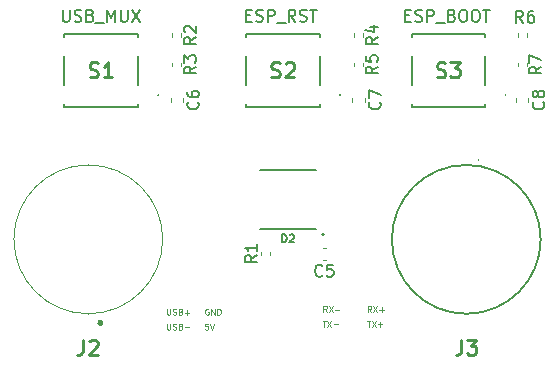
<source format=gto>
G04 #@! TF.GenerationSoftware,KiCad,Pcbnew,9.0.4*
G04 #@! TF.CreationDate,2025-12-23T06:35:07-05:00*
G04 #@! TF.ProjectId,main_board_peripheral_v2,6d61696e-5f62-46f6-9172-645f70657269,rev?*
G04 #@! TF.SameCoordinates,Original*
G04 #@! TF.FileFunction,Legend,Top*
G04 #@! TF.FilePolarity,Positive*
%FSLAX46Y46*%
G04 Gerber Fmt 4.6, Leading zero omitted, Abs format (unit mm)*
G04 Created by KiCad (PCBNEW 9.0.4) date 2025-12-23 06:35:07*
%MOMM*%
%LPD*%
G01*
G04 APERTURE LIST*
%ADD10C,0.100000*%
%ADD11C,0.200000*%
%ADD12C,0.254000*%
%ADD13C,0.150000*%
%ADD14C,0.120000*%
%ADD15C,0.127000*%
%ADD16C,0.400000*%
G04 APERTURE END LIST*
D10*
X108172931Y-102433609D02*
X107934836Y-102433609D01*
X107934836Y-102433609D02*
X107911027Y-102671704D01*
X107911027Y-102671704D02*
X107934836Y-102647895D01*
X107934836Y-102647895D02*
X107982455Y-102624085D01*
X107982455Y-102624085D02*
X108101503Y-102624085D01*
X108101503Y-102624085D02*
X108149122Y-102647895D01*
X108149122Y-102647895D02*
X108172931Y-102671704D01*
X108172931Y-102671704D02*
X108196741Y-102719323D01*
X108196741Y-102719323D02*
X108196741Y-102838371D01*
X108196741Y-102838371D02*
X108172931Y-102885990D01*
X108172931Y-102885990D02*
X108149122Y-102909800D01*
X108149122Y-102909800D02*
X108101503Y-102933609D01*
X108101503Y-102933609D02*
X107982455Y-102933609D01*
X107982455Y-102933609D02*
X107934836Y-102909800D01*
X107934836Y-102909800D02*
X107911027Y-102885990D01*
X108339598Y-102433609D02*
X108506264Y-102933609D01*
X108506264Y-102933609D02*
X108672931Y-102433609D01*
D11*
X95869673Y-75867219D02*
X95869673Y-76676742D01*
X95869673Y-76676742D02*
X95917292Y-76771980D01*
X95917292Y-76771980D02*
X95964911Y-76819600D01*
X95964911Y-76819600D02*
X96060149Y-76867219D01*
X96060149Y-76867219D02*
X96250625Y-76867219D01*
X96250625Y-76867219D02*
X96345863Y-76819600D01*
X96345863Y-76819600D02*
X96393482Y-76771980D01*
X96393482Y-76771980D02*
X96441101Y-76676742D01*
X96441101Y-76676742D02*
X96441101Y-75867219D01*
X96869673Y-76819600D02*
X97012530Y-76867219D01*
X97012530Y-76867219D02*
X97250625Y-76867219D01*
X97250625Y-76867219D02*
X97345863Y-76819600D01*
X97345863Y-76819600D02*
X97393482Y-76771980D01*
X97393482Y-76771980D02*
X97441101Y-76676742D01*
X97441101Y-76676742D02*
X97441101Y-76581504D01*
X97441101Y-76581504D02*
X97393482Y-76486266D01*
X97393482Y-76486266D02*
X97345863Y-76438647D01*
X97345863Y-76438647D02*
X97250625Y-76391028D01*
X97250625Y-76391028D02*
X97060149Y-76343409D01*
X97060149Y-76343409D02*
X96964911Y-76295790D01*
X96964911Y-76295790D02*
X96917292Y-76248171D01*
X96917292Y-76248171D02*
X96869673Y-76152933D01*
X96869673Y-76152933D02*
X96869673Y-76057695D01*
X96869673Y-76057695D02*
X96917292Y-75962457D01*
X96917292Y-75962457D02*
X96964911Y-75914838D01*
X96964911Y-75914838D02*
X97060149Y-75867219D01*
X97060149Y-75867219D02*
X97298244Y-75867219D01*
X97298244Y-75867219D02*
X97441101Y-75914838D01*
X98203006Y-76343409D02*
X98345863Y-76391028D01*
X98345863Y-76391028D02*
X98393482Y-76438647D01*
X98393482Y-76438647D02*
X98441101Y-76533885D01*
X98441101Y-76533885D02*
X98441101Y-76676742D01*
X98441101Y-76676742D02*
X98393482Y-76771980D01*
X98393482Y-76771980D02*
X98345863Y-76819600D01*
X98345863Y-76819600D02*
X98250625Y-76867219D01*
X98250625Y-76867219D02*
X97869673Y-76867219D01*
X97869673Y-76867219D02*
X97869673Y-75867219D01*
X97869673Y-75867219D02*
X98203006Y-75867219D01*
X98203006Y-75867219D02*
X98298244Y-75914838D01*
X98298244Y-75914838D02*
X98345863Y-75962457D01*
X98345863Y-75962457D02*
X98393482Y-76057695D01*
X98393482Y-76057695D02*
X98393482Y-76152933D01*
X98393482Y-76152933D02*
X98345863Y-76248171D01*
X98345863Y-76248171D02*
X98298244Y-76295790D01*
X98298244Y-76295790D02*
X98203006Y-76343409D01*
X98203006Y-76343409D02*
X97869673Y-76343409D01*
X98631578Y-76962457D02*
X99393482Y-76962457D01*
X99631578Y-76867219D02*
X99631578Y-75867219D01*
X99631578Y-75867219D02*
X99964911Y-76581504D01*
X99964911Y-76581504D02*
X100298244Y-75867219D01*
X100298244Y-75867219D02*
X100298244Y-76867219D01*
X100774435Y-75867219D02*
X100774435Y-76676742D01*
X100774435Y-76676742D02*
X100822054Y-76771980D01*
X100822054Y-76771980D02*
X100869673Y-76819600D01*
X100869673Y-76819600D02*
X100964911Y-76867219D01*
X100964911Y-76867219D02*
X101155387Y-76867219D01*
X101155387Y-76867219D02*
X101250625Y-76819600D01*
X101250625Y-76819600D02*
X101298244Y-76771980D01*
X101298244Y-76771980D02*
X101345863Y-76676742D01*
X101345863Y-76676742D02*
X101345863Y-75867219D01*
X101726816Y-75867219D02*
X102393482Y-76867219D01*
X102393482Y-75867219D02*
X101726816Y-76867219D01*
D10*
X121613408Y-102183609D02*
X121899122Y-102183609D01*
X121756265Y-102683609D02*
X121756265Y-102183609D01*
X122018169Y-102183609D02*
X122351502Y-102683609D01*
X122351502Y-102183609D02*
X122018169Y-102683609D01*
X122541978Y-102493133D02*
X122922931Y-102493133D01*
X122732454Y-102683609D02*
X122732454Y-102302657D01*
X118220550Y-101433609D02*
X118053884Y-101195514D01*
X117934836Y-101433609D02*
X117934836Y-100933609D01*
X117934836Y-100933609D02*
X118125312Y-100933609D01*
X118125312Y-100933609D02*
X118172931Y-100957419D01*
X118172931Y-100957419D02*
X118196741Y-100981228D01*
X118196741Y-100981228D02*
X118220550Y-101028847D01*
X118220550Y-101028847D02*
X118220550Y-101100276D01*
X118220550Y-101100276D02*
X118196741Y-101147895D01*
X118196741Y-101147895D02*
X118172931Y-101171704D01*
X118172931Y-101171704D02*
X118125312Y-101195514D01*
X118125312Y-101195514D02*
X117934836Y-101195514D01*
X118387217Y-100933609D02*
X118720550Y-101433609D01*
X118720550Y-100933609D02*
X118387217Y-101433609D01*
X118911026Y-101243133D02*
X119291979Y-101243133D01*
X104684836Y-101183609D02*
X104684836Y-101588371D01*
X104684836Y-101588371D02*
X104708646Y-101635990D01*
X104708646Y-101635990D02*
X104732455Y-101659800D01*
X104732455Y-101659800D02*
X104780074Y-101683609D01*
X104780074Y-101683609D02*
X104875312Y-101683609D01*
X104875312Y-101683609D02*
X104922931Y-101659800D01*
X104922931Y-101659800D02*
X104946741Y-101635990D01*
X104946741Y-101635990D02*
X104970550Y-101588371D01*
X104970550Y-101588371D02*
X104970550Y-101183609D01*
X105184837Y-101659800D02*
X105256265Y-101683609D01*
X105256265Y-101683609D02*
X105375313Y-101683609D01*
X105375313Y-101683609D02*
X105422932Y-101659800D01*
X105422932Y-101659800D02*
X105446741Y-101635990D01*
X105446741Y-101635990D02*
X105470551Y-101588371D01*
X105470551Y-101588371D02*
X105470551Y-101540752D01*
X105470551Y-101540752D02*
X105446741Y-101493133D01*
X105446741Y-101493133D02*
X105422932Y-101469323D01*
X105422932Y-101469323D02*
X105375313Y-101445514D01*
X105375313Y-101445514D02*
X105280075Y-101421704D01*
X105280075Y-101421704D02*
X105232456Y-101397895D01*
X105232456Y-101397895D02*
X105208646Y-101374085D01*
X105208646Y-101374085D02*
X105184837Y-101326466D01*
X105184837Y-101326466D02*
X105184837Y-101278847D01*
X105184837Y-101278847D02*
X105208646Y-101231228D01*
X105208646Y-101231228D02*
X105232456Y-101207419D01*
X105232456Y-101207419D02*
X105280075Y-101183609D01*
X105280075Y-101183609D02*
X105399122Y-101183609D01*
X105399122Y-101183609D02*
X105470551Y-101207419D01*
X105851503Y-101421704D02*
X105922931Y-101445514D01*
X105922931Y-101445514D02*
X105946741Y-101469323D01*
X105946741Y-101469323D02*
X105970550Y-101516942D01*
X105970550Y-101516942D02*
X105970550Y-101588371D01*
X105970550Y-101588371D02*
X105946741Y-101635990D01*
X105946741Y-101635990D02*
X105922931Y-101659800D01*
X105922931Y-101659800D02*
X105875312Y-101683609D01*
X105875312Y-101683609D02*
X105684836Y-101683609D01*
X105684836Y-101683609D02*
X105684836Y-101183609D01*
X105684836Y-101183609D02*
X105851503Y-101183609D01*
X105851503Y-101183609D02*
X105899122Y-101207419D01*
X105899122Y-101207419D02*
X105922931Y-101231228D01*
X105922931Y-101231228D02*
X105946741Y-101278847D01*
X105946741Y-101278847D02*
X105946741Y-101326466D01*
X105946741Y-101326466D02*
X105922931Y-101374085D01*
X105922931Y-101374085D02*
X105899122Y-101397895D01*
X105899122Y-101397895D02*
X105851503Y-101421704D01*
X105851503Y-101421704D02*
X105684836Y-101421704D01*
X106184836Y-101493133D02*
X106565789Y-101493133D01*
X106375312Y-101683609D02*
X106375312Y-101302657D01*
X117863408Y-102183609D02*
X118149122Y-102183609D01*
X118006265Y-102683609D02*
X118006265Y-102183609D01*
X118268169Y-102183609D02*
X118601502Y-102683609D01*
X118601502Y-102183609D02*
X118268169Y-102683609D01*
X118791978Y-102493133D02*
X119172931Y-102493133D01*
X104684836Y-102433609D02*
X104684836Y-102838371D01*
X104684836Y-102838371D02*
X104708646Y-102885990D01*
X104708646Y-102885990D02*
X104732455Y-102909800D01*
X104732455Y-102909800D02*
X104780074Y-102933609D01*
X104780074Y-102933609D02*
X104875312Y-102933609D01*
X104875312Y-102933609D02*
X104922931Y-102909800D01*
X104922931Y-102909800D02*
X104946741Y-102885990D01*
X104946741Y-102885990D02*
X104970550Y-102838371D01*
X104970550Y-102838371D02*
X104970550Y-102433609D01*
X105184837Y-102909800D02*
X105256265Y-102933609D01*
X105256265Y-102933609D02*
X105375313Y-102933609D01*
X105375313Y-102933609D02*
X105422932Y-102909800D01*
X105422932Y-102909800D02*
X105446741Y-102885990D01*
X105446741Y-102885990D02*
X105470551Y-102838371D01*
X105470551Y-102838371D02*
X105470551Y-102790752D01*
X105470551Y-102790752D02*
X105446741Y-102743133D01*
X105446741Y-102743133D02*
X105422932Y-102719323D01*
X105422932Y-102719323D02*
X105375313Y-102695514D01*
X105375313Y-102695514D02*
X105280075Y-102671704D01*
X105280075Y-102671704D02*
X105232456Y-102647895D01*
X105232456Y-102647895D02*
X105208646Y-102624085D01*
X105208646Y-102624085D02*
X105184837Y-102576466D01*
X105184837Y-102576466D02*
X105184837Y-102528847D01*
X105184837Y-102528847D02*
X105208646Y-102481228D01*
X105208646Y-102481228D02*
X105232456Y-102457419D01*
X105232456Y-102457419D02*
X105280075Y-102433609D01*
X105280075Y-102433609D02*
X105399122Y-102433609D01*
X105399122Y-102433609D02*
X105470551Y-102457419D01*
X105851503Y-102671704D02*
X105922931Y-102695514D01*
X105922931Y-102695514D02*
X105946741Y-102719323D01*
X105946741Y-102719323D02*
X105970550Y-102766942D01*
X105970550Y-102766942D02*
X105970550Y-102838371D01*
X105970550Y-102838371D02*
X105946741Y-102885990D01*
X105946741Y-102885990D02*
X105922931Y-102909800D01*
X105922931Y-102909800D02*
X105875312Y-102933609D01*
X105875312Y-102933609D02*
X105684836Y-102933609D01*
X105684836Y-102933609D02*
X105684836Y-102433609D01*
X105684836Y-102433609D02*
X105851503Y-102433609D01*
X105851503Y-102433609D02*
X105899122Y-102457419D01*
X105899122Y-102457419D02*
X105922931Y-102481228D01*
X105922931Y-102481228D02*
X105946741Y-102528847D01*
X105946741Y-102528847D02*
X105946741Y-102576466D01*
X105946741Y-102576466D02*
X105922931Y-102624085D01*
X105922931Y-102624085D02*
X105899122Y-102647895D01*
X105899122Y-102647895D02*
X105851503Y-102671704D01*
X105851503Y-102671704D02*
X105684836Y-102671704D01*
X106184836Y-102743133D02*
X106565789Y-102743133D01*
X108196741Y-101207419D02*
X108149122Y-101183609D01*
X108149122Y-101183609D02*
X108077693Y-101183609D01*
X108077693Y-101183609D02*
X108006265Y-101207419D01*
X108006265Y-101207419D02*
X107958646Y-101255038D01*
X107958646Y-101255038D02*
X107934836Y-101302657D01*
X107934836Y-101302657D02*
X107911027Y-101397895D01*
X107911027Y-101397895D02*
X107911027Y-101469323D01*
X107911027Y-101469323D02*
X107934836Y-101564561D01*
X107934836Y-101564561D02*
X107958646Y-101612180D01*
X107958646Y-101612180D02*
X108006265Y-101659800D01*
X108006265Y-101659800D02*
X108077693Y-101683609D01*
X108077693Y-101683609D02*
X108125312Y-101683609D01*
X108125312Y-101683609D02*
X108196741Y-101659800D01*
X108196741Y-101659800D02*
X108220550Y-101635990D01*
X108220550Y-101635990D02*
X108220550Y-101469323D01*
X108220550Y-101469323D02*
X108125312Y-101469323D01*
X108434836Y-101683609D02*
X108434836Y-101183609D01*
X108434836Y-101183609D02*
X108720550Y-101683609D01*
X108720550Y-101683609D02*
X108720550Y-101183609D01*
X108958646Y-101683609D02*
X108958646Y-101183609D01*
X108958646Y-101183609D02*
X109077694Y-101183609D01*
X109077694Y-101183609D02*
X109149122Y-101207419D01*
X109149122Y-101207419D02*
X109196741Y-101255038D01*
X109196741Y-101255038D02*
X109220551Y-101302657D01*
X109220551Y-101302657D02*
X109244360Y-101397895D01*
X109244360Y-101397895D02*
X109244360Y-101469323D01*
X109244360Y-101469323D02*
X109220551Y-101564561D01*
X109220551Y-101564561D02*
X109196741Y-101612180D01*
X109196741Y-101612180D02*
X109149122Y-101659800D01*
X109149122Y-101659800D02*
X109077694Y-101683609D01*
X109077694Y-101683609D02*
X108958646Y-101683609D01*
D11*
X111369673Y-76343409D02*
X111703006Y-76343409D01*
X111845863Y-76867219D02*
X111369673Y-76867219D01*
X111369673Y-76867219D02*
X111369673Y-75867219D01*
X111369673Y-75867219D02*
X111845863Y-75867219D01*
X112226816Y-76819600D02*
X112369673Y-76867219D01*
X112369673Y-76867219D02*
X112607768Y-76867219D01*
X112607768Y-76867219D02*
X112703006Y-76819600D01*
X112703006Y-76819600D02*
X112750625Y-76771980D01*
X112750625Y-76771980D02*
X112798244Y-76676742D01*
X112798244Y-76676742D02*
X112798244Y-76581504D01*
X112798244Y-76581504D02*
X112750625Y-76486266D01*
X112750625Y-76486266D02*
X112703006Y-76438647D01*
X112703006Y-76438647D02*
X112607768Y-76391028D01*
X112607768Y-76391028D02*
X112417292Y-76343409D01*
X112417292Y-76343409D02*
X112322054Y-76295790D01*
X112322054Y-76295790D02*
X112274435Y-76248171D01*
X112274435Y-76248171D02*
X112226816Y-76152933D01*
X112226816Y-76152933D02*
X112226816Y-76057695D01*
X112226816Y-76057695D02*
X112274435Y-75962457D01*
X112274435Y-75962457D02*
X112322054Y-75914838D01*
X112322054Y-75914838D02*
X112417292Y-75867219D01*
X112417292Y-75867219D02*
X112655387Y-75867219D01*
X112655387Y-75867219D02*
X112798244Y-75914838D01*
X113226816Y-76867219D02*
X113226816Y-75867219D01*
X113226816Y-75867219D02*
X113607768Y-75867219D01*
X113607768Y-75867219D02*
X113703006Y-75914838D01*
X113703006Y-75914838D02*
X113750625Y-75962457D01*
X113750625Y-75962457D02*
X113798244Y-76057695D01*
X113798244Y-76057695D02*
X113798244Y-76200552D01*
X113798244Y-76200552D02*
X113750625Y-76295790D01*
X113750625Y-76295790D02*
X113703006Y-76343409D01*
X113703006Y-76343409D02*
X113607768Y-76391028D01*
X113607768Y-76391028D02*
X113226816Y-76391028D01*
X113988721Y-76962457D02*
X114750625Y-76962457D01*
X115560149Y-76867219D02*
X115226816Y-76391028D01*
X114988721Y-76867219D02*
X114988721Y-75867219D01*
X114988721Y-75867219D02*
X115369673Y-75867219D01*
X115369673Y-75867219D02*
X115464911Y-75914838D01*
X115464911Y-75914838D02*
X115512530Y-75962457D01*
X115512530Y-75962457D02*
X115560149Y-76057695D01*
X115560149Y-76057695D02*
X115560149Y-76200552D01*
X115560149Y-76200552D02*
X115512530Y-76295790D01*
X115512530Y-76295790D02*
X115464911Y-76343409D01*
X115464911Y-76343409D02*
X115369673Y-76391028D01*
X115369673Y-76391028D02*
X114988721Y-76391028D01*
X115941102Y-76819600D02*
X116083959Y-76867219D01*
X116083959Y-76867219D02*
X116322054Y-76867219D01*
X116322054Y-76867219D02*
X116417292Y-76819600D01*
X116417292Y-76819600D02*
X116464911Y-76771980D01*
X116464911Y-76771980D02*
X116512530Y-76676742D01*
X116512530Y-76676742D02*
X116512530Y-76581504D01*
X116512530Y-76581504D02*
X116464911Y-76486266D01*
X116464911Y-76486266D02*
X116417292Y-76438647D01*
X116417292Y-76438647D02*
X116322054Y-76391028D01*
X116322054Y-76391028D02*
X116131578Y-76343409D01*
X116131578Y-76343409D02*
X116036340Y-76295790D01*
X116036340Y-76295790D02*
X115988721Y-76248171D01*
X115988721Y-76248171D02*
X115941102Y-76152933D01*
X115941102Y-76152933D02*
X115941102Y-76057695D01*
X115941102Y-76057695D02*
X115988721Y-75962457D01*
X115988721Y-75962457D02*
X116036340Y-75914838D01*
X116036340Y-75914838D02*
X116131578Y-75867219D01*
X116131578Y-75867219D02*
X116369673Y-75867219D01*
X116369673Y-75867219D02*
X116512530Y-75914838D01*
X116798245Y-75867219D02*
X117369673Y-75867219D01*
X117083959Y-76867219D02*
X117083959Y-75867219D01*
X124869673Y-76343409D02*
X125203006Y-76343409D01*
X125345863Y-76867219D02*
X124869673Y-76867219D01*
X124869673Y-76867219D02*
X124869673Y-75867219D01*
X124869673Y-75867219D02*
X125345863Y-75867219D01*
X125726816Y-76819600D02*
X125869673Y-76867219D01*
X125869673Y-76867219D02*
X126107768Y-76867219D01*
X126107768Y-76867219D02*
X126203006Y-76819600D01*
X126203006Y-76819600D02*
X126250625Y-76771980D01*
X126250625Y-76771980D02*
X126298244Y-76676742D01*
X126298244Y-76676742D02*
X126298244Y-76581504D01*
X126298244Y-76581504D02*
X126250625Y-76486266D01*
X126250625Y-76486266D02*
X126203006Y-76438647D01*
X126203006Y-76438647D02*
X126107768Y-76391028D01*
X126107768Y-76391028D02*
X125917292Y-76343409D01*
X125917292Y-76343409D02*
X125822054Y-76295790D01*
X125822054Y-76295790D02*
X125774435Y-76248171D01*
X125774435Y-76248171D02*
X125726816Y-76152933D01*
X125726816Y-76152933D02*
X125726816Y-76057695D01*
X125726816Y-76057695D02*
X125774435Y-75962457D01*
X125774435Y-75962457D02*
X125822054Y-75914838D01*
X125822054Y-75914838D02*
X125917292Y-75867219D01*
X125917292Y-75867219D02*
X126155387Y-75867219D01*
X126155387Y-75867219D02*
X126298244Y-75914838D01*
X126726816Y-76867219D02*
X126726816Y-75867219D01*
X126726816Y-75867219D02*
X127107768Y-75867219D01*
X127107768Y-75867219D02*
X127203006Y-75914838D01*
X127203006Y-75914838D02*
X127250625Y-75962457D01*
X127250625Y-75962457D02*
X127298244Y-76057695D01*
X127298244Y-76057695D02*
X127298244Y-76200552D01*
X127298244Y-76200552D02*
X127250625Y-76295790D01*
X127250625Y-76295790D02*
X127203006Y-76343409D01*
X127203006Y-76343409D02*
X127107768Y-76391028D01*
X127107768Y-76391028D02*
X126726816Y-76391028D01*
X127488721Y-76962457D02*
X128250625Y-76962457D01*
X128822054Y-76343409D02*
X128964911Y-76391028D01*
X128964911Y-76391028D02*
X129012530Y-76438647D01*
X129012530Y-76438647D02*
X129060149Y-76533885D01*
X129060149Y-76533885D02*
X129060149Y-76676742D01*
X129060149Y-76676742D02*
X129012530Y-76771980D01*
X129012530Y-76771980D02*
X128964911Y-76819600D01*
X128964911Y-76819600D02*
X128869673Y-76867219D01*
X128869673Y-76867219D02*
X128488721Y-76867219D01*
X128488721Y-76867219D02*
X128488721Y-75867219D01*
X128488721Y-75867219D02*
X128822054Y-75867219D01*
X128822054Y-75867219D02*
X128917292Y-75914838D01*
X128917292Y-75914838D02*
X128964911Y-75962457D01*
X128964911Y-75962457D02*
X129012530Y-76057695D01*
X129012530Y-76057695D02*
X129012530Y-76152933D01*
X129012530Y-76152933D02*
X128964911Y-76248171D01*
X128964911Y-76248171D02*
X128917292Y-76295790D01*
X128917292Y-76295790D02*
X128822054Y-76343409D01*
X128822054Y-76343409D02*
X128488721Y-76343409D01*
X129679197Y-75867219D02*
X129869673Y-75867219D01*
X129869673Y-75867219D02*
X129964911Y-75914838D01*
X129964911Y-75914838D02*
X130060149Y-76010076D01*
X130060149Y-76010076D02*
X130107768Y-76200552D01*
X130107768Y-76200552D02*
X130107768Y-76533885D01*
X130107768Y-76533885D02*
X130060149Y-76724361D01*
X130060149Y-76724361D02*
X129964911Y-76819600D01*
X129964911Y-76819600D02*
X129869673Y-76867219D01*
X129869673Y-76867219D02*
X129679197Y-76867219D01*
X129679197Y-76867219D02*
X129583959Y-76819600D01*
X129583959Y-76819600D02*
X129488721Y-76724361D01*
X129488721Y-76724361D02*
X129441102Y-76533885D01*
X129441102Y-76533885D02*
X129441102Y-76200552D01*
X129441102Y-76200552D02*
X129488721Y-76010076D01*
X129488721Y-76010076D02*
X129583959Y-75914838D01*
X129583959Y-75914838D02*
X129679197Y-75867219D01*
X130726816Y-75867219D02*
X130917292Y-75867219D01*
X130917292Y-75867219D02*
X131012530Y-75914838D01*
X131012530Y-75914838D02*
X131107768Y-76010076D01*
X131107768Y-76010076D02*
X131155387Y-76200552D01*
X131155387Y-76200552D02*
X131155387Y-76533885D01*
X131155387Y-76533885D02*
X131107768Y-76724361D01*
X131107768Y-76724361D02*
X131012530Y-76819600D01*
X131012530Y-76819600D02*
X130917292Y-76867219D01*
X130917292Y-76867219D02*
X130726816Y-76867219D01*
X130726816Y-76867219D02*
X130631578Y-76819600D01*
X130631578Y-76819600D02*
X130536340Y-76724361D01*
X130536340Y-76724361D02*
X130488721Y-76533885D01*
X130488721Y-76533885D02*
X130488721Y-76200552D01*
X130488721Y-76200552D02*
X130536340Y-76010076D01*
X130536340Y-76010076D02*
X130631578Y-75914838D01*
X130631578Y-75914838D02*
X130726816Y-75867219D01*
X131441102Y-75867219D02*
X132012530Y-75867219D01*
X131726816Y-76867219D02*
X131726816Y-75867219D01*
D10*
X121970550Y-101433609D02*
X121803884Y-101195514D01*
X121684836Y-101433609D02*
X121684836Y-100933609D01*
X121684836Y-100933609D02*
X121875312Y-100933609D01*
X121875312Y-100933609D02*
X121922931Y-100957419D01*
X121922931Y-100957419D02*
X121946741Y-100981228D01*
X121946741Y-100981228D02*
X121970550Y-101028847D01*
X121970550Y-101028847D02*
X121970550Y-101100276D01*
X121970550Y-101100276D02*
X121946741Y-101147895D01*
X121946741Y-101147895D02*
X121922931Y-101171704D01*
X121922931Y-101171704D02*
X121875312Y-101195514D01*
X121875312Y-101195514D02*
X121684836Y-101195514D01*
X122137217Y-100933609D02*
X122470550Y-101433609D01*
X122470550Y-100933609D02*
X122137217Y-101433609D01*
X122661026Y-101243133D02*
X123041979Y-101243133D01*
X122851502Y-101433609D02*
X122851502Y-101052657D01*
D12*
X127532380Y-81513842D02*
X127713809Y-81574318D01*
X127713809Y-81574318D02*
X128016190Y-81574318D01*
X128016190Y-81574318D02*
X128137142Y-81513842D01*
X128137142Y-81513842D02*
X128197618Y-81453365D01*
X128197618Y-81453365D02*
X128258095Y-81332413D01*
X128258095Y-81332413D02*
X128258095Y-81211461D01*
X128258095Y-81211461D02*
X128197618Y-81090508D01*
X128197618Y-81090508D02*
X128137142Y-81030032D01*
X128137142Y-81030032D02*
X128016190Y-80969556D01*
X128016190Y-80969556D02*
X127774285Y-80909080D01*
X127774285Y-80909080D02*
X127653333Y-80848603D01*
X127653333Y-80848603D02*
X127592856Y-80788127D01*
X127592856Y-80788127D02*
X127532380Y-80667175D01*
X127532380Y-80667175D02*
X127532380Y-80546222D01*
X127532380Y-80546222D02*
X127592856Y-80425270D01*
X127592856Y-80425270D02*
X127653333Y-80364794D01*
X127653333Y-80364794D02*
X127774285Y-80304318D01*
X127774285Y-80304318D02*
X128076666Y-80304318D01*
X128076666Y-80304318D02*
X128258095Y-80364794D01*
X128681428Y-80304318D02*
X129467619Y-80304318D01*
X129467619Y-80304318D02*
X129044285Y-80788127D01*
X129044285Y-80788127D02*
X129225714Y-80788127D01*
X129225714Y-80788127D02*
X129346666Y-80848603D01*
X129346666Y-80848603D02*
X129407142Y-80909080D01*
X129407142Y-80909080D02*
X129467619Y-81030032D01*
X129467619Y-81030032D02*
X129467619Y-81332413D01*
X129467619Y-81332413D02*
X129407142Y-81453365D01*
X129407142Y-81453365D02*
X129346666Y-81513842D01*
X129346666Y-81513842D02*
X129225714Y-81574318D01*
X129225714Y-81574318D02*
X128862857Y-81574318D01*
X128862857Y-81574318D02*
X128741904Y-81513842D01*
X128741904Y-81513842D02*
X128681428Y-81453365D01*
D13*
X122524819Y-80666666D02*
X122048628Y-80999999D01*
X122524819Y-81238094D02*
X121524819Y-81238094D01*
X121524819Y-81238094D02*
X121524819Y-80857142D01*
X121524819Y-80857142D02*
X121572438Y-80761904D01*
X121572438Y-80761904D02*
X121620057Y-80714285D01*
X121620057Y-80714285D02*
X121715295Y-80666666D01*
X121715295Y-80666666D02*
X121858152Y-80666666D01*
X121858152Y-80666666D02*
X121953390Y-80714285D01*
X121953390Y-80714285D02*
X122001009Y-80761904D01*
X122001009Y-80761904D02*
X122048628Y-80857142D01*
X122048628Y-80857142D02*
X122048628Y-81238094D01*
X121524819Y-79761904D02*
X121524819Y-80238094D01*
X121524819Y-80238094D02*
X122001009Y-80285713D01*
X122001009Y-80285713D02*
X121953390Y-80238094D01*
X121953390Y-80238094D02*
X121905771Y-80142856D01*
X121905771Y-80142856D02*
X121905771Y-79904761D01*
X121905771Y-79904761D02*
X121953390Y-79809523D01*
X121953390Y-79809523D02*
X122001009Y-79761904D01*
X122001009Y-79761904D02*
X122096247Y-79714285D01*
X122096247Y-79714285D02*
X122334342Y-79714285D01*
X122334342Y-79714285D02*
X122429580Y-79761904D01*
X122429580Y-79761904D02*
X122477200Y-79809523D01*
X122477200Y-79809523D02*
X122524819Y-79904761D01*
X122524819Y-79904761D02*
X122524819Y-80142856D01*
X122524819Y-80142856D02*
X122477200Y-80238094D01*
X122477200Y-80238094D02*
X122429580Y-80285713D01*
D12*
X113532380Y-81513842D02*
X113713809Y-81574318D01*
X113713809Y-81574318D02*
X114016190Y-81574318D01*
X114016190Y-81574318D02*
X114137142Y-81513842D01*
X114137142Y-81513842D02*
X114197618Y-81453365D01*
X114197618Y-81453365D02*
X114258095Y-81332413D01*
X114258095Y-81332413D02*
X114258095Y-81211461D01*
X114258095Y-81211461D02*
X114197618Y-81090508D01*
X114197618Y-81090508D02*
X114137142Y-81030032D01*
X114137142Y-81030032D02*
X114016190Y-80969556D01*
X114016190Y-80969556D02*
X113774285Y-80909080D01*
X113774285Y-80909080D02*
X113653333Y-80848603D01*
X113653333Y-80848603D02*
X113592856Y-80788127D01*
X113592856Y-80788127D02*
X113532380Y-80667175D01*
X113532380Y-80667175D02*
X113532380Y-80546222D01*
X113532380Y-80546222D02*
X113592856Y-80425270D01*
X113592856Y-80425270D02*
X113653333Y-80364794D01*
X113653333Y-80364794D02*
X113774285Y-80304318D01*
X113774285Y-80304318D02*
X114076666Y-80304318D01*
X114076666Y-80304318D02*
X114258095Y-80364794D01*
X114741904Y-80425270D02*
X114802380Y-80364794D01*
X114802380Y-80364794D02*
X114923333Y-80304318D01*
X114923333Y-80304318D02*
X115225714Y-80304318D01*
X115225714Y-80304318D02*
X115346666Y-80364794D01*
X115346666Y-80364794D02*
X115407142Y-80425270D01*
X115407142Y-80425270D02*
X115467619Y-80546222D01*
X115467619Y-80546222D02*
X115467619Y-80667175D01*
X115467619Y-80667175D02*
X115407142Y-80848603D01*
X115407142Y-80848603D02*
X114681428Y-81574318D01*
X114681428Y-81574318D02*
X115467619Y-81574318D01*
D13*
X114457618Y-95518276D02*
X114457618Y-94878276D01*
X114457618Y-94878276D02*
X114609999Y-94878276D01*
X114609999Y-94878276D02*
X114701428Y-94908752D01*
X114701428Y-94908752D02*
X114762380Y-94969704D01*
X114762380Y-94969704D02*
X114792857Y-95030657D01*
X114792857Y-95030657D02*
X114823333Y-95152561D01*
X114823333Y-95152561D02*
X114823333Y-95243990D01*
X114823333Y-95243990D02*
X114792857Y-95365895D01*
X114792857Y-95365895D02*
X114762380Y-95426847D01*
X114762380Y-95426847D02*
X114701428Y-95487800D01*
X114701428Y-95487800D02*
X114609999Y-95518276D01*
X114609999Y-95518276D02*
X114457618Y-95518276D01*
X115067142Y-94939228D02*
X115097618Y-94908752D01*
X115097618Y-94908752D02*
X115158571Y-94878276D01*
X115158571Y-94878276D02*
X115310952Y-94878276D01*
X115310952Y-94878276D02*
X115371904Y-94908752D01*
X115371904Y-94908752D02*
X115402380Y-94939228D01*
X115402380Y-94939228D02*
X115432857Y-95000180D01*
X115432857Y-95000180D02*
X115432857Y-95061133D01*
X115432857Y-95061133D02*
X115402380Y-95152561D01*
X115402380Y-95152561D02*
X115036666Y-95518276D01*
X115036666Y-95518276D02*
X115432857Y-95518276D01*
D12*
X97576667Y-103804318D02*
X97576667Y-104711461D01*
X97576667Y-104711461D02*
X97516190Y-104892889D01*
X97516190Y-104892889D02*
X97395238Y-105013842D01*
X97395238Y-105013842D02*
X97213809Y-105074318D01*
X97213809Y-105074318D02*
X97092857Y-105074318D01*
X98120952Y-103925270D02*
X98181428Y-103864794D01*
X98181428Y-103864794D02*
X98302381Y-103804318D01*
X98302381Y-103804318D02*
X98604762Y-103804318D01*
X98604762Y-103804318D02*
X98725714Y-103864794D01*
X98725714Y-103864794D02*
X98786190Y-103925270D01*
X98786190Y-103925270D02*
X98846667Y-104046222D01*
X98846667Y-104046222D02*
X98846667Y-104167175D01*
X98846667Y-104167175D02*
X98786190Y-104348603D01*
X98786190Y-104348603D02*
X98060476Y-105074318D01*
X98060476Y-105074318D02*
X98846667Y-105074318D01*
D13*
X122689580Y-83666666D02*
X122737200Y-83714285D01*
X122737200Y-83714285D02*
X122784819Y-83857142D01*
X122784819Y-83857142D02*
X122784819Y-83952380D01*
X122784819Y-83952380D02*
X122737200Y-84095237D01*
X122737200Y-84095237D02*
X122641961Y-84190475D01*
X122641961Y-84190475D02*
X122546723Y-84238094D01*
X122546723Y-84238094D02*
X122356247Y-84285713D01*
X122356247Y-84285713D02*
X122213390Y-84285713D01*
X122213390Y-84285713D02*
X122022914Y-84238094D01*
X122022914Y-84238094D02*
X121927676Y-84190475D01*
X121927676Y-84190475D02*
X121832438Y-84095237D01*
X121832438Y-84095237D02*
X121784819Y-83952380D01*
X121784819Y-83952380D02*
X121784819Y-83857142D01*
X121784819Y-83857142D02*
X121832438Y-83714285D01*
X121832438Y-83714285D02*
X121880057Y-83666666D01*
X121784819Y-83333332D02*
X121784819Y-82666666D01*
X121784819Y-82666666D02*
X122784819Y-83095237D01*
X112284819Y-96666666D02*
X111808628Y-96999999D01*
X112284819Y-97238094D02*
X111284819Y-97238094D01*
X111284819Y-97238094D02*
X111284819Y-96857142D01*
X111284819Y-96857142D02*
X111332438Y-96761904D01*
X111332438Y-96761904D02*
X111380057Y-96714285D01*
X111380057Y-96714285D02*
X111475295Y-96666666D01*
X111475295Y-96666666D02*
X111618152Y-96666666D01*
X111618152Y-96666666D02*
X111713390Y-96714285D01*
X111713390Y-96714285D02*
X111761009Y-96761904D01*
X111761009Y-96761904D02*
X111808628Y-96857142D01*
X111808628Y-96857142D02*
X111808628Y-97238094D01*
X112284819Y-95714285D02*
X112284819Y-96285713D01*
X112284819Y-95999999D02*
X111284819Y-95999999D01*
X111284819Y-95999999D02*
X111427676Y-96095237D01*
X111427676Y-96095237D02*
X111522914Y-96190475D01*
X111522914Y-96190475D02*
X111570533Y-96285713D01*
X117833333Y-98359580D02*
X117785714Y-98407200D01*
X117785714Y-98407200D02*
X117642857Y-98454819D01*
X117642857Y-98454819D02*
X117547619Y-98454819D01*
X117547619Y-98454819D02*
X117404762Y-98407200D01*
X117404762Y-98407200D02*
X117309524Y-98311961D01*
X117309524Y-98311961D02*
X117261905Y-98216723D01*
X117261905Y-98216723D02*
X117214286Y-98026247D01*
X117214286Y-98026247D02*
X117214286Y-97883390D01*
X117214286Y-97883390D02*
X117261905Y-97692914D01*
X117261905Y-97692914D02*
X117309524Y-97597676D01*
X117309524Y-97597676D02*
X117404762Y-97502438D01*
X117404762Y-97502438D02*
X117547619Y-97454819D01*
X117547619Y-97454819D02*
X117642857Y-97454819D01*
X117642857Y-97454819D02*
X117785714Y-97502438D01*
X117785714Y-97502438D02*
X117833333Y-97550057D01*
X118738095Y-97454819D02*
X118261905Y-97454819D01*
X118261905Y-97454819D02*
X118214286Y-97931009D01*
X118214286Y-97931009D02*
X118261905Y-97883390D01*
X118261905Y-97883390D02*
X118357143Y-97835771D01*
X118357143Y-97835771D02*
X118595238Y-97835771D01*
X118595238Y-97835771D02*
X118690476Y-97883390D01*
X118690476Y-97883390D02*
X118738095Y-97931009D01*
X118738095Y-97931009D02*
X118785714Y-98026247D01*
X118785714Y-98026247D02*
X118785714Y-98264342D01*
X118785714Y-98264342D02*
X118738095Y-98359580D01*
X118738095Y-98359580D02*
X118690476Y-98407200D01*
X118690476Y-98407200D02*
X118595238Y-98454819D01*
X118595238Y-98454819D02*
X118357143Y-98454819D01*
X118357143Y-98454819D02*
X118261905Y-98407200D01*
X118261905Y-98407200D02*
X118214286Y-98359580D01*
D12*
X98132380Y-81513842D02*
X98313809Y-81574318D01*
X98313809Y-81574318D02*
X98616190Y-81574318D01*
X98616190Y-81574318D02*
X98737142Y-81513842D01*
X98737142Y-81513842D02*
X98797618Y-81453365D01*
X98797618Y-81453365D02*
X98858095Y-81332413D01*
X98858095Y-81332413D02*
X98858095Y-81211461D01*
X98858095Y-81211461D02*
X98797618Y-81090508D01*
X98797618Y-81090508D02*
X98737142Y-81030032D01*
X98737142Y-81030032D02*
X98616190Y-80969556D01*
X98616190Y-80969556D02*
X98374285Y-80909080D01*
X98374285Y-80909080D02*
X98253333Y-80848603D01*
X98253333Y-80848603D02*
X98192856Y-80788127D01*
X98192856Y-80788127D02*
X98132380Y-80667175D01*
X98132380Y-80667175D02*
X98132380Y-80546222D01*
X98132380Y-80546222D02*
X98192856Y-80425270D01*
X98192856Y-80425270D02*
X98253333Y-80364794D01*
X98253333Y-80364794D02*
X98374285Y-80304318D01*
X98374285Y-80304318D02*
X98676666Y-80304318D01*
X98676666Y-80304318D02*
X98858095Y-80364794D01*
X100067619Y-81574318D02*
X99341904Y-81574318D01*
X99704761Y-81574318D02*
X99704761Y-80304318D01*
X99704761Y-80304318D02*
X99583809Y-80485746D01*
X99583809Y-80485746D02*
X99462857Y-80606699D01*
X99462857Y-80606699D02*
X99341904Y-80667175D01*
D13*
X136374819Y-80666666D02*
X135898628Y-80999999D01*
X136374819Y-81238094D02*
X135374819Y-81238094D01*
X135374819Y-81238094D02*
X135374819Y-80857142D01*
X135374819Y-80857142D02*
X135422438Y-80761904D01*
X135422438Y-80761904D02*
X135470057Y-80714285D01*
X135470057Y-80714285D02*
X135565295Y-80666666D01*
X135565295Y-80666666D02*
X135708152Y-80666666D01*
X135708152Y-80666666D02*
X135803390Y-80714285D01*
X135803390Y-80714285D02*
X135851009Y-80761904D01*
X135851009Y-80761904D02*
X135898628Y-80857142D01*
X135898628Y-80857142D02*
X135898628Y-81238094D01*
X135374819Y-80333332D02*
X135374819Y-79666666D01*
X135374819Y-79666666D02*
X136374819Y-80095237D01*
X136539580Y-83666666D02*
X136587200Y-83714285D01*
X136587200Y-83714285D02*
X136634819Y-83857142D01*
X136634819Y-83857142D02*
X136634819Y-83952380D01*
X136634819Y-83952380D02*
X136587200Y-84095237D01*
X136587200Y-84095237D02*
X136491961Y-84190475D01*
X136491961Y-84190475D02*
X136396723Y-84238094D01*
X136396723Y-84238094D02*
X136206247Y-84285713D01*
X136206247Y-84285713D02*
X136063390Y-84285713D01*
X136063390Y-84285713D02*
X135872914Y-84238094D01*
X135872914Y-84238094D02*
X135777676Y-84190475D01*
X135777676Y-84190475D02*
X135682438Y-84095237D01*
X135682438Y-84095237D02*
X135634819Y-83952380D01*
X135634819Y-83952380D02*
X135634819Y-83857142D01*
X135634819Y-83857142D02*
X135682438Y-83714285D01*
X135682438Y-83714285D02*
X135730057Y-83666666D01*
X136063390Y-83095237D02*
X136015771Y-83190475D01*
X136015771Y-83190475D02*
X135968152Y-83238094D01*
X135968152Y-83238094D02*
X135872914Y-83285713D01*
X135872914Y-83285713D02*
X135825295Y-83285713D01*
X135825295Y-83285713D02*
X135730057Y-83238094D01*
X135730057Y-83238094D02*
X135682438Y-83190475D01*
X135682438Y-83190475D02*
X135634819Y-83095237D01*
X135634819Y-83095237D02*
X135634819Y-82904761D01*
X135634819Y-82904761D02*
X135682438Y-82809523D01*
X135682438Y-82809523D02*
X135730057Y-82761904D01*
X135730057Y-82761904D02*
X135825295Y-82714285D01*
X135825295Y-82714285D02*
X135872914Y-82714285D01*
X135872914Y-82714285D02*
X135968152Y-82761904D01*
X135968152Y-82761904D02*
X136015771Y-82809523D01*
X136015771Y-82809523D02*
X136063390Y-82904761D01*
X136063390Y-82904761D02*
X136063390Y-83095237D01*
X136063390Y-83095237D02*
X136111009Y-83190475D01*
X136111009Y-83190475D02*
X136158628Y-83238094D01*
X136158628Y-83238094D02*
X136253866Y-83285713D01*
X136253866Y-83285713D02*
X136444342Y-83285713D01*
X136444342Y-83285713D02*
X136539580Y-83238094D01*
X136539580Y-83238094D02*
X136587200Y-83190475D01*
X136587200Y-83190475D02*
X136634819Y-83095237D01*
X136634819Y-83095237D02*
X136634819Y-82904761D01*
X136634819Y-82904761D02*
X136587200Y-82809523D01*
X136587200Y-82809523D02*
X136539580Y-82761904D01*
X136539580Y-82761904D02*
X136444342Y-82714285D01*
X136444342Y-82714285D02*
X136253866Y-82714285D01*
X136253866Y-82714285D02*
X136158628Y-82761904D01*
X136158628Y-82761904D02*
X136111009Y-82809523D01*
X136111009Y-82809523D02*
X136063390Y-82904761D01*
X107124819Y-80666666D02*
X106648628Y-80999999D01*
X107124819Y-81238094D02*
X106124819Y-81238094D01*
X106124819Y-81238094D02*
X106124819Y-80857142D01*
X106124819Y-80857142D02*
X106172438Y-80761904D01*
X106172438Y-80761904D02*
X106220057Y-80714285D01*
X106220057Y-80714285D02*
X106315295Y-80666666D01*
X106315295Y-80666666D02*
X106458152Y-80666666D01*
X106458152Y-80666666D02*
X106553390Y-80714285D01*
X106553390Y-80714285D02*
X106601009Y-80761904D01*
X106601009Y-80761904D02*
X106648628Y-80857142D01*
X106648628Y-80857142D02*
X106648628Y-81238094D01*
X106124819Y-80333332D02*
X106124819Y-79714285D01*
X106124819Y-79714285D02*
X106505771Y-80047618D01*
X106505771Y-80047618D02*
X106505771Y-79904761D01*
X106505771Y-79904761D02*
X106553390Y-79809523D01*
X106553390Y-79809523D02*
X106601009Y-79761904D01*
X106601009Y-79761904D02*
X106696247Y-79714285D01*
X106696247Y-79714285D02*
X106934342Y-79714285D01*
X106934342Y-79714285D02*
X107029580Y-79761904D01*
X107029580Y-79761904D02*
X107077200Y-79809523D01*
X107077200Y-79809523D02*
X107124819Y-79904761D01*
X107124819Y-79904761D02*
X107124819Y-80190475D01*
X107124819Y-80190475D02*
X107077200Y-80285713D01*
X107077200Y-80285713D02*
X107029580Y-80333332D01*
X122524819Y-78166666D02*
X122048628Y-78499999D01*
X122524819Y-78738094D02*
X121524819Y-78738094D01*
X121524819Y-78738094D02*
X121524819Y-78357142D01*
X121524819Y-78357142D02*
X121572438Y-78261904D01*
X121572438Y-78261904D02*
X121620057Y-78214285D01*
X121620057Y-78214285D02*
X121715295Y-78166666D01*
X121715295Y-78166666D02*
X121858152Y-78166666D01*
X121858152Y-78166666D02*
X121953390Y-78214285D01*
X121953390Y-78214285D02*
X122001009Y-78261904D01*
X122001009Y-78261904D02*
X122048628Y-78357142D01*
X122048628Y-78357142D02*
X122048628Y-78738094D01*
X121858152Y-77309523D02*
X122524819Y-77309523D01*
X121477200Y-77547618D02*
X122191485Y-77785713D01*
X122191485Y-77785713D02*
X122191485Y-77166666D01*
X107124819Y-78166666D02*
X106648628Y-78499999D01*
X107124819Y-78738094D02*
X106124819Y-78738094D01*
X106124819Y-78738094D02*
X106124819Y-78357142D01*
X106124819Y-78357142D02*
X106172438Y-78261904D01*
X106172438Y-78261904D02*
X106220057Y-78214285D01*
X106220057Y-78214285D02*
X106315295Y-78166666D01*
X106315295Y-78166666D02*
X106458152Y-78166666D01*
X106458152Y-78166666D02*
X106553390Y-78214285D01*
X106553390Y-78214285D02*
X106601009Y-78261904D01*
X106601009Y-78261904D02*
X106648628Y-78357142D01*
X106648628Y-78357142D02*
X106648628Y-78738094D01*
X106220057Y-77785713D02*
X106172438Y-77738094D01*
X106172438Y-77738094D02*
X106124819Y-77642856D01*
X106124819Y-77642856D02*
X106124819Y-77404761D01*
X106124819Y-77404761D02*
X106172438Y-77309523D01*
X106172438Y-77309523D02*
X106220057Y-77261904D01*
X106220057Y-77261904D02*
X106315295Y-77214285D01*
X106315295Y-77214285D02*
X106410533Y-77214285D01*
X106410533Y-77214285D02*
X106553390Y-77261904D01*
X106553390Y-77261904D02*
X107124819Y-77833332D01*
X107124819Y-77833332D02*
X107124819Y-77214285D01*
X107289580Y-83666666D02*
X107337200Y-83714285D01*
X107337200Y-83714285D02*
X107384819Y-83857142D01*
X107384819Y-83857142D02*
X107384819Y-83952380D01*
X107384819Y-83952380D02*
X107337200Y-84095237D01*
X107337200Y-84095237D02*
X107241961Y-84190475D01*
X107241961Y-84190475D02*
X107146723Y-84238094D01*
X107146723Y-84238094D02*
X106956247Y-84285713D01*
X106956247Y-84285713D02*
X106813390Y-84285713D01*
X106813390Y-84285713D02*
X106622914Y-84238094D01*
X106622914Y-84238094D02*
X106527676Y-84190475D01*
X106527676Y-84190475D02*
X106432438Y-84095237D01*
X106432438Y-84095237D02*
X106384819Y-83952380D01*
X106384819Y-83952380D02*
X106384819Y-83857142D01*
X106384819Y-83857142D02*
X106432438Y-83714285D01*
X106432438Y-83714285D02*
X106480057Y-83666666D01*
X106384819Y-82809523D02*
X106384819Y-82999999D01*
X106384819Y-82999999D02*
X106432438Y-83095237D01*
X106432438Y-83095237D02*
X106480057Y-83142856D01*
X106480057Y-83142856D02*
X106622914Y-83238094D01*
X106622914Y-83238094D02*
X106813390Y-83285713D01*
X106813390Y-83285713D02*
X107194342Y-83285713D01*
X107194342Y-83285713D02*
X107289580Y-83238094D01*
X107289580Y-83238094D02*
X107337200Y-83190475D01*
X107337200Y-83190475D02*
X107384819Y-83095237D01*
X107384819Y-83095237D02*
X107384819Y-82904761D01*
X107384819Y-82904761D02*
X107337200Y-82809523D01*
X107337200Y-82809523D02*
X107289580Y-82761904D01*
X107289580Y-82761904D02*
X107194342Y-82714285D01*
X107194342Y-82714285D02*
X106956247Y-82714285D01*
X106956247Y-82714285D02*
X106861009Y-82761904D01*
X106861009Y-82761904D02*
X106813390Y-82809523D01*
X106813390Y-82809523D02*
X106765771Y-82904761D01*
X106765771Y-82904761D02*
X106765771Y-83095237D01*
X106765771Y-83095237D02*
X106813390Y-83190475D01*
X106813390Y-83190475D02*
X106861009Y-83238094D01*
X106861009Y-83238094D02*
X106956247Y-83285713D01*
X134833333Y-76954819D02*
X134500000Y-76478628D01*
X134261905Y-76954819D02*
X134261905Y-75954819D01*
X134261905Y-75954819D02*
X134642857Y-75954819D01*
X134642857Y-75954819D02*
X134738095Y-76002438D01*
X134738095Y-76002438D02*
X134785714Y-76050057D01*
X134785714Y-76050057D02*
X134833333Y-76145295D01*
X134833333Y-76145295D02*
X134833333Y-76288152D01*
X134833333Y-76288152D02*
X134785714Y-76383390D01*
X134785714Y-76383390D02*
X134738095Y-76431009D01*
X134738095Y-76431009D02*
X134642857Y-76478628D01*
X134642857Y-76478628D02*
X134261905Y-76478628D01*
X135690476Y-75954819D02*
X135500000Y-75954819D01*
X135500000Y-75954819D02*
X135404762Y-76002438D01*
X135404762Y-76002438D02*
X135357143Y-76050057D01*
X135357143Y-76050057D02*
X135261905Y-76192914D01*
X135261905Y-76192914D02*
X135214286Y-76383390D01*
X135214286Y-76383390D02*
X135214286Y-76764342D01*
X135214286Y-76764342D02*
X135261905Y-76859580D01*
X135261905Y-76859580D02*
X135309524Y-76907200D01*
X135309524Y-76907200D02*
X135404762Y-76954819D01*
X135404762Y-76954819D02*
X135595238Y-76954819D01*
X135595238Y-76954819D02*
X135690476Y-76907200D01*
X135690476Y-76907200D02*
X135738095Y-76859580D01*
X135738095Y-76859580D02*
X135785714Y-76764342D01*
X135785714Y-76764342D02*
X135785714Y-76526247D01*
X135785714Y-76526247D02*
X135738095Y-76431009D01*
X135738095Y-76431009D02*
X135690476Y-76383390D01*
X135690476Y-76383390D02*
X135595238Y-76335771D01*
X135595238Y-76335771D02*
X135404762Y-76335771D01*
X135404762Y-76335771D02*
X135309524Y-76383390D01*
X135309524Y-76383390D02*
X135261905Y-76431009D01*
X135261905Y-76431009D02*
X135214286Y-76526247D01*
D12*
X129601667Y-103804318D02*
X129601667Y-104711461D01*
X129601667Y-104711461D02*
X129541190Y-104892889D01*
X129541190Y-104892889D02*
X129420238Y-105013842D01*
X129420238Y-105013842D02*
X129238809Y-105074318D01*
X129238809Y-105074318D02*
X129117857Y-105074318D01*
X130085476Y-103804318D02*
X130871667Y-103804318D01*
X130871667Y-103804318D02*
X130448333Y-104288127D01*
X130448333Y-104288127D02*
X130629762Y-104288127D01*
X130629762Y-104288127D02*
X130750714Y-104348603D01*
X130750714Y-104348603D02*
X130811190Y-104409080D01*
X130811190Y-104409080D02*
X130871667Y-104530032D01*
X130871667Y-104530032D02*
X130871667Y-104832413D01*
X130871667Y-104832413D02*
X130811190Y-104953365D01*
X130811190Y-104953365D02*
X130750714Y-105013842D01*
X130750714Y-105013842D02*
X130629762Y-105074318D01*
X130629762Y-105074318D02*
X130266905Y-105074318D01*
X130266905Y-105074318D02*
X130145952Y-105013842D01*
X130145952Y-105013842D02*
X130085476Y-104953365D01*
D11*
X125400000Y-77900000D02*
X131600000Y-77900000D01*
X125400000Y-78200000D02*
X125400000Y-77900000D01*
X125400000Y-82200000D02*
X125400000Y-79800000D01*
X125400000Y-84100000D02*
X125400000Y-83800000D01*
X131600000Y-77900000D02*
X131600000Y-78200000D01*
X131600000Y-82200000D02*
X131600000Y-79800000D01*
X131600000Y-83800000D02*
X131600000Y-84100000D01*
X131600000Y-84100000D02*
X125400000Y-84100000D01*
D10*
X133300000Y-83000000D02*
X133300000Y-83000000D01*
X133300000Y-83100000D02*
X133300000Y-83100000D01*
X133300000Y-83000000D02*
G75*
G02*
X133300000Y-83100000I0J-50000D01*
G01*
X133300000Y-83100000D02*
G75*
G02*
X133300000Y-83000000I0J50000D01*
G01*
D14*
X120520000Y-80346359D02*
X120520000Y-80653641D01*
X121280000Y-80346359D02*
X121280000Y-80653641D01*
D11*
X111400000Y-77900000D02*
X117600000Y-77900000D01*
X111400000Y-78200000D02*
X111400000Y-77900000D01*
X111400000Y-82200000D02*
X111400000Y-79800000D01*
X111400000Y-84100000D02*
X111400000Y-83800000D01*
X117600000Y-77900000D02*
X117600000Y-78200000D01*
X117600000Y-82200000D02*
X117600000Y-79800000D01*
X117600000Y-83800000D02*
X117600000Y-84100000D01*
X117600000Y-84100000D02*
X111400000Y-84100000D01*
D10*
X119300000Y-83000000D02*
X119300000Y-83000000D01*
X119300000Y-83100000D02*
X119300000Y-83100000D01*
X119300000Y-83000000D02*
G75*
G02*
X119300000Y-83100000I0J-50000D01*
G01*
X119300000Y-83100000D02*
G75*
G02*
X119300000Y-83000000I0J50000D01*
G01*
D15*
X117330000Y-89440000D02*
X112530000Y-89440000D01*
X117330000Y-94440000D02*
X112530000Y-94440000D01*
D11*
X118000000Y-94900000D02*
G75*
G02*
X117800000Y-94900000I-100000J0D01*
G01*
X117800000Y-94900000D02*
G75*
G02*
X118000000Y-94900000I100000J0D01*
G01*
D10*
X98025000Y-89000000D02*
X98025000Y-89000000D01*
X98025000Y-101600000D02*
X98025000Y-101600000D01*
D16*
X99000000Y-102300000D02*
X99000000Y-102300000D01*
X99000000Y-102400000D02*
X99000000Y-102400000D01*
D10*
X98025000Y-89000000D02*
G75*
G02*
X98025000Y-101600000I0J-6300000D01*
G01*
X98025000Y-101600000D02*
G75*
G02*
X98025000Y-89000000I0J6300000D01*
G01*
D16*
X99000000Y-102300000D02*
G75*
G02*
X99000000Y-102400000I0J-50000D01*
G01*
X99000000Y-102400000D02*
G75*
G02*
X99000000Y-102300000I0J50000D01*
G01*
D14*
X120390000Y-83359420D02*
X120390000Y-83640580D01*
X121410000Y-83359420D02*
X121410000Y-83640580D01*
X112620000Y-96653641D02*
X112620000Y-96346359D01*
X113380000Y-96653641D02*
X113380000Y-96346359D01*
X117859420Y-95990000D02*
X118140580Y-95990000D01*
X117859420Y-97010000D02*
X118140580Y-97010000D01*
D11*
X96000000Y-77900000D02*
X102200000Y-77900000D01*
X96000000Y-78200000D02*
X96000000Y-77900000D01*
X96000000Y-82200000D02*
X96000000Y-79800000D01*
X96000000Y-84100000D02*
X96000000Y-83800000D01*
X102200000Y-77900000D02*
X102200000Y-78200000D01*
X102200000Y-82200000D02*
X102200000Y-79800000D01*
X102200000Y-83800000D02*
X102200000Y-84100000D01*
X102200000Y-84100000D02*
X96000000Y-84100000D01*
D10*
X103900000Y-83000000D02*
X103900000Y-83000000D01*
X103900000Y-83100000D02*
X103900000Y-83100000D01*
X103900000Y-83000000D02*
G75*
G02*
X103900000Y-83100000I0J-50000D01*
G01*
X103900000Y-83100000D02*
G75*
G02*
X103900000Y-83000000I0J50000D01*
G01*
D14*
X134370000Y-80346359D02*
X134370000Y-80653641D01*
X135130000Y-80346359D02*
X135130000Y-80653641D01*
X134240000Y-83359420D02*
X134240000Y-83640580D01*
X135260000Y-83359420D02*
X135260000Y-83640580D01*
X105120000Y-80346359D02*
X105120000Y-80653641D01*
X105880000Y-80346359D02*
X105880000Y-80653641D01*
X120520000Y-77846359D02*
X120520000Y-78153641D01*
X121280000Y-77846359D02*
X121280000Y-78153641D01*
X105120000Y-77846359D02*
X105120000Y-78153641D01*
X105880000Y-77846359D02*
X105880000Y-78153641D01*
X104990000Y-83359420D02*
X104990000Y-83640580D01*
X106010000Y-83359420D02*
X106010000Y-83640580D01*
X134370000Y-77846359D02*
X134370000Y-78153641D01*
X135130000Y-77846359D02*
X135130000Y-78153641D01*
D11*
X123725000Y-95300000D02*
X123725000Y-95300000D01*
D10*
X131000000Y-88500000D02*
X131000000Y-88500000D01*
X131000000Y-88600000D02*
X131000000Y-88600000D01*
D11*
X136325000Y-95300000D02*
X136325000Y-95300000D01*
X123725000Y-95300000D02*
G75*
G02*
X136325000Y-95300000I6300000J0D01*
G01*
D10*
X131000000Y-88500000D02*
G75*
G02*
X131000000Y-88600000I0J-50000D01*
G01*
X131000000Y-88600000D02*
G75*
G02*
X131000000Y-88500000I0J50000D01*
G01*
D11*
X136325000Y-95300000D02*
G75*
G02*
X123725000Y-95300000I-6300000J0D01*
G01*
M02*

</source>
